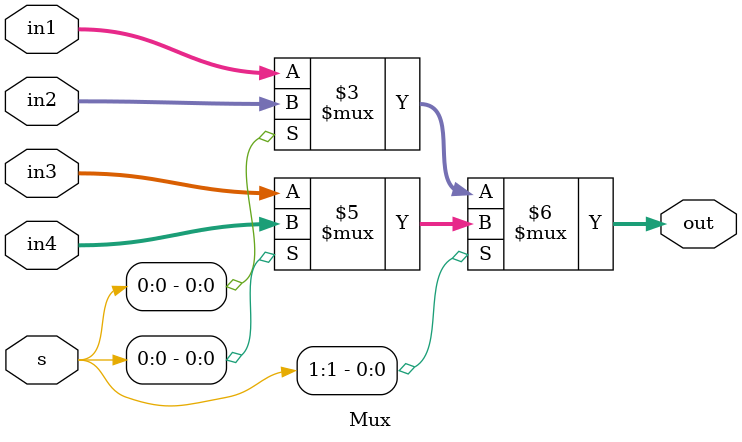
<source format=v>
module Mux #() (
    input [15:0] in1,
    input [15:0] in2,
    input [15:0] in3,
    input [15:0] in4,
    input [1:0] s,

    output  [15:0] out
);

    assign out = ( s[1] == 0 ) ? (( s[0] == 0 ) ? in1:in2 ) : (( s[0] == 0 ) ? in3:in4 );
endmodule
</source>
